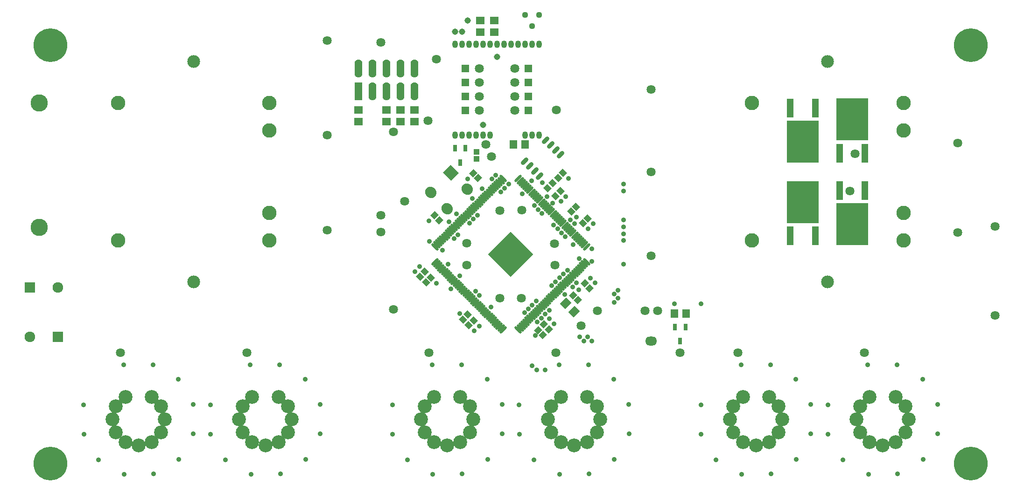
<source format=gts>
G04*
G04 #@! TF.GenerationSoftware,Altium Limited,Altium Designer,18.0.9 (584)*
G04*
G04 Layer_Color=8388736*
%FSLAX25Y25*%
%MOIN*%
G70*
G01*
G75*
G04:AMPARAMS|DCode=14|XSize=75.87mil|YSize=83.74mil|CornerRadius=0mil|HoleSize=0mil|Usage=FLASHONLY|Rotation=225.000|XOffset=0mil|YOffset=0mil|HoleType=Round|Shape=Rectangle|*
%AMROTATEDRECTD14*
4,1,4,-0.00278,0.05643,0.05643,-0.00278,0.00278,-0.05643,-0.05643,0.00278,-0.00278,0.05643,0.0*
%
%ADD14ROTATEDRECTD14*%

G04:AMPARAMS|DCode=15|XSize=75.87mil|YSize=83.74mil|CornerRadius=0mil|HoleSize=0mil|Usage=FLASHONLY|Rotation=225.000|XOffset=0mil|YOffset=0mil|HoleType=Round|Shape=Round|*
%AMOVALD15*
21,1,0.00787,0.07587,0.00000,0.00000,315.0*
1,1,0.07587,-0.00278,0.00278*
1,1,0.07587,0.00278,-0.00278*
%
%ADD15OVALD15*%

%ADD16R,0.02862X0.04831*%
%ADD17R,0.05500X0.05500*%
%ADD18O,0.04043X0.05224*%
G04:AMPARAMS|DCode=19|XSize=28.62mil|YSize=64.06mil|CornerRadius=0mil|HoleSize=0mil|Usage=FLASHONLY|Rotation=135.000|XOffset=0mil|YOffset=0mil|HoleType=Round|Shape=Round|*
%AMOVALD19*
21,1,0.03543,0.02862,0.00000,0.00000,225.0*
1,1,0.02862,0.01253,0.01253*
1,1,0.02862,-0.01253,-0.01253*
%
%ADD19OVALD19*%

G04:AMPARAMS|DCode=20|XSize=19.81mil|YSize=67.06mil|CornerRadius=0mil|HoleSize=0mil|Usage=FLASHONLY|Rotation=45.000|XOffset=0mil|YOffset=0mil|HoleType=Round|Shape=Round|*
%AMOVALD20*
21,1,0.04724,0.01981,0.00000,0.00000,135.0*
1,1,0.01981,0.01670,-0.01670*
1,1,0.01981,-0.01670,0.01670*
%
%ADD20OVALD20*%

G04:AMPARAMS|DCode=21|XSize=19.81mil|YSize=67.06mil|CornerRadius=0mil|HoleSize=0mil|Usage=FLASHONLY|Rotation=315.000|XOffset=0mil|YOffset=0mil|HoleType=Round|Shape=Round|*
%AMOVALD21*
21,1,0.04724,0.01981,0.00000,0.00000,45.0*
1,1,0.01981,-0.01670,-0.01670*
1,1,0.01981,0.01670,0.01670*
%
%ADD21OVALD21*%

%ADD22C,0.04437*%
%ADD23O,0.05500X0.13000*%
%ADD24R,0.05500X0.13000*%
%ADD25R,0.05224X0.06406*%
%ADD26R,0.06406X0.05224*%
G04:AMPARAMS|DCode=27|XSize=64.06mil|YSize=52.24mil|CornerRadius=0mil|HoleSize=0mil|Usage=FLASHONLY|Rotation=45.000|XOffset=0mil|YOffset=0mil|HoleType=Round|Shape=Rectangle|*
%AMROTATEDRECTD27*
4,1,4,-0.00418,-0.04112,-0.04112,-0.00418,0.00418,0.04112,0.04112,0.00418,-0.00418,-0.04112,0.0*
%
%ADD27ROTATEDRECTD27*%

%ADD28O,0.08374X0.06406*%
%ADD29C,0.06406*%
%ADD30R,0.03059X0.04831*%
%ADD31R,0.22547X0.30028*%
%ADD32R,0.04634X0.13492*%
G04:AMPARAMS|DCode=33|XSize=44.37mil|YSize=42.4mil|CornerRadius=0mil|HoleSize=0mil|Usage=FLASHONLY|Rotation=45.000|XOffset=0mil|YOffset=0mil|HoleType=Round|Shape=Rectangle|*
%AMROTATEDRECTD33*
4,1,4,-0.00070,-0.03068,-0.03068,-0.00070,0.00070,0.03068,0.03068,0.00070,-0.00070,-0.03068,0.0*
%
%ADD33ROTATEDRECTD33*%

G04:AMPARAMS|DCode=34|XSize=44.37mil|YSize=42.4mil|CornerRadius=0mil|HoleSize=0mil|Usage=FLASHONLY|Rotation=315.000|XOffset=0mil|YOffset=0mil|HoleType=Round|Shape=Rectangle|*
%AMROTATEDRECTD34*
4,1,4,-0.03068,0.00070,-0.00070,0.03068,0.03068,-0.00070,0.00070,-0.03068,-0.03068,0.00070,0.0*
%
%ADD34ROTATEDRECTD34*%

%ADD35R,0.04437X0.04240*%
%ADD36C,0.00500*%
%ADD37P,0.32033X4X360.0*%
%ADD38C,0.09161*%
%ADD39C,0.10343*%
%ADD40C,0.09894*%
%ADD41C,0.07587*%
%ADD42R,0.07587X0.07587*%
%ADD43C,0.12311*%
%ADD44C,0.24122*%
%ADD45C,0.03500*%
%ADD46C,0.03800*%
%ADD47C,0.04500*%
D14*
X313473Y235480D02*
D03*
D15*
X325166Y223788D02*
D03*
X311024Y209646D02*
D03*
X299331Y221338D02*
D03*
D16*
X324055Y252992D02*
D03*
X316575D02*
D03*
X320315Y242756D02*
D03*
D17*
X369035Y280079D02*
D03*
Y290079D02*
D03*
Y300079D02*
D03*
Y310079D02*
D03*
X324035D02*
D03*
Y300079D02*
D03*
Y290079D02*
D03*
Y280079D02*
D03*
D18*
X316535Y262579D02*
D03*
X321535D02*
D03*
X326535D02*
D03*
X331535D02*
D03*
X336535D02*
D03*
X341535D02*
D03*
X366535D02*
D03*
X371535D02*
D03*
X376535D02*
D03*
Y327579D02*
D03*
X371535D02*
D03*
X366535D02*
D03*
X361535D02*
D03*
X356535D02*
D03*
X351535D02*
D03*
X346535D02*
D03*
X341535D02*
D03*
X336535D02*
D03*
X331535D02*
D03*
X326535D02*
D03*
X321535D02*
D03*
X316535D02*
D03*
D19*
X392001Y248301D02*
D03*
X388466Y251836D02*
D03*
X384930Y255372D02*
D03*
X381395Y258907D02*
D03*
X376969Y233268D02*
D03*
X373433Y236803D02*
D03*
X369897Y240339D02*
D03*
X366362Y243874D02*
D03*
D20*
X350871Y231312D02*
D03*
X349479Y229920D02*
D03*
X348087Y228528D02*
D03*
X346695Y227136D02*
D03*
X345303Y225744D02*
D03*
X343911Y224352D02*
D03*
X342519Y222960D02*
D03*
X341127Y221568D02*
D03*
X339735Y220176D02*
D03*
X338343Y218784D02*
D03*
X336951Y217392D02*
D03*
X335559Y216001D02*
D03*
X334167Y214609D02*
D03*
X332775Y213217D02*
D03*
X331383Y211825D02*
D03*
X329992Y210433D02*
D03*
X328600Y209041D02*
D03*
X327208Y207649D02*
D03*
X325816Y206257D02*
D03*
X324424Y204865D02*
D03*
X323032Y203473D02*
D03*
X321640Y202081D02*
D03*
X320248Y200689D02*
D03*
X318856Y199297D02*
D03*
X317464Y197905D02*
D03*
X316072Y196513D02*
D03*
X314680Y195121D02*
D03*
X313288Y193729D02*
D03*
X311896Y192338D02*
D03*
X310504Y190946D02*
D03*
X309112Y189554D02*
D03*
X307720Y188162D02*
D03*
X306329Y186770D02*
D03*
X304937Y185378D02*
D03*
X303545Y183986D02*
D03*
X302153Y182594D02*
D03*
X361728Y123019D02*
D03*
X363120Y124411D02*
D03*
X364512Y125803D02*
D03*
X365904Y127195D02*
D03*
X367296Y128587D02*
D03*
X368688Y129979D02*
D03*
X370079Y131370D02*
D03*
X371471Y132762D02*
D03*
X372863Y134154D02*
D03*
X374255Y135546D02*
D03*
X375647Y136938D02*
D03*
X377039Y138330D02*
D03*
X378431Y139722D02*
D03*
X379823Y141114D02*
D03*
X381215Y142506D02*
D03*
X382607Y143898D02*
D03*
X383999Y145290D02*
D03*
X385391Y146682D02*
D03*
X386783Y148074D02*
D03*
X388175Y149466D02*
D03*
X389567Y150858D02*
D03*
X390959Y152250D02*
D03*
X392351Y153641D02*
D03*
X393742Y155034D02*
D03*
X395134Y156425D02*
D03*
X396526Y157817D02*
D03*
X397918Y159209D02*
D03*
X399310Y160601D02*
D03*
X400702Y161993D02*
D03*
X402094Y163385D02*
D03*
X403486Y164777D02*
D03*
X404878Y166169D02*
D03*
X406270Y167561D02*
D03*
X407662Y168953D02*
D03*
X409054Y170345D02*
D03*
X410446Y171737D02*
D03*
D21*
X302153D02*
D03*
X303545Y170345D02*
D03*
X304937Y168953D02*
D03*
X306329Y167561D02*
D03*
X307720Y166169D02*
D03*
X309112Y164777D02*
D03*
X310504Y163385D02*
D03*
X311896Y161993D02*
D03*
X313288Y160601D02*
D03*
X314680Y159209D02*
D03*
X316072Y157817D02*
D03*
X317464Y156425D02*
D03*
X318856Y155034D02*
D03*
X320248Y153641D02*
D03*
X321640Y152250D02*
D03*
X323032Y150858D02*
D03*
X324424Y149466D02*
D03*
X325816Y148074D02*
D03*
X327208Y146682D02*
D03*
X328600Y145290D02*
D03*
X329992Y143898D02*
D03*
X331383Y142506D02*
D03*
X332775Y141114D02*
D03*
X334167Y139722D02*
D03*
X335559Y138330D02*
D03*
X336951Y136938D02*
D03*
X338343Y135546D02*
D03*
X339735Y134154D02*
D03*
X341127Y132762D02*
D03*
X342519Y131370D02*
D03*
X343911Y129979D02*
D03*
X345303Y128587D02*
D03*
X346695Y127195D02*
D03*
X348087Y125803D02*
D03*
X349479Y124411D02*
D03*
X350871Y123019D02*
D03*
X410446Y182594D02*
D03*
X409054Y183986D02*
D03*
X407662Y185378D02*
D03*
X406270Y186770D02*
D03*
X404878Y188162D02*
D03*
X403486Y189554D02*
D03*
X402094Y190946D02*
D03*
X400702Y192338D02*
D03*
X399310Y193729D02*
D03*
X397918Y195121D02*
D03*
X396526Y196513D02*
D03*
X395134Y197905D02*
D03*
X393742Y199297D02*
D03*
X392351Y200689D02*
D03*
X390959Y202081D02*
D03*
X389567Y203473D02*
D03*
X388175Y204865D02*
D03*
X386783Y206257D02*
D03*
X385391Y207649D02*
D03*
X383999Y209041D02*
D03*
X382607Y210433D02*
D03*
X381215Y211825D02*
D03*
X379823Y213217D02*
D03*
X378431Y214609D02*
D03*
X377039Y216001D02*
D03*
X375647Y217392D02*
D03*
X374255Y218784D02*
D03*
X372863Y220176D02*
D03*
X371471Y221568D02*
D03*
X370079Y222960D02*
D03*
X368688Y224352D02*
D03*
X367296Y225744D02*
D03*
X365904Y227136D02*
D03*
X364512Y228528D02*
D03*
X363120Y229920D02*
D03*
X361728Y231312D02*
D03*
D22*
X376535Y348425D02*
D03*
X371535Y340551D02*
D03*
X366535Y348425D02*
D03*
D23*
X247716Y310039D02*
D03*
X257716Y293789D02*
D03*
Y310039D02*
D03*
X267717Y293789D02*
D03*
Y310039D02*
D03*
X277716Y293789D02*
D03*
Y310039D02*
D03*
X287717Y293789D02*
D03*
Y310039D02*
D03*
D24*
X247716Y293789D02*
D03*
D25*
X358268Y255906D02*
D03*
X366535D02*
D03*
X481496Y134843D02*
D03*
X473228D02*
D03*
D26*
X344488Y344488D02*
D03*
Y336221D02*
D03*
X334724Y344488D02*
D03*
Y336221D02*
D03*
X247716Y280512D02*
D03*
Y272244D02*
D03*
X287717D02*
D03*
Y280512D02*
D03*
X277716Y272244D02*
D03*
Y280512D02*
D03*
X267717Y272244D02*
D03*
Y280512D02*
D03*
D27*
X401498Y136140D02*
D03*
X395652Y141986D02*
D03*
D28*
X456693Y115157D02*
D03*
D29*
X461221Y136811D02*
D03*
X452165D02*
D03*
X388779Y280512D02*
D03*
X456693Y236220D02*
D03*
X456693Y176181D02*
D03*
X272638Y264764D02*
D03*
X272638Y137795D02*
D03*
X280512Y215158D02*
D03*
X456693Y295276D02*
D03*
X338681Y255906D02*
D03*
X675665Y256890D02*
D03*
X675665Y192913D02*
D03*
X702240Y133291D02*
D03*
Y197268D02*
D03*
X263583Y328740D02*
D03*
X225295Y330118D02*
D03*
X225295Y262402D02*
D03*
Y194488D02*
D03*
X387795Y169291D02*
D03*
X324803Y185039D02*
D03*
X348425Y145669D02*
D03*
X364173Y208661D02*
D03*
X598425Y222441D02*
D03*
X602362Y249016D02*
D03*
X333858Y310079D02*
D03*
X359252D02*
D03*
X333858Y300079D02*
D03*
Y290079D02*
D03*
Y280079D02*
D03*
X359252Y300079D02*
D03*
Y290079D02*
D03*
Y280079D02*
D03*
X297244Y272638D02*
D03*
X303150Y316929D02*
D03*
X342520Y247047D02*
D03*
X418307Y136811D02*
D03*
X263583Y205118D02*
D03*
X324920Y169409D02*
D03*
X348542Y208544D02*
D03*
X387678Y184922D02*
D03*
X364056Y145787D02*
D03*
X263583Y193110D02*
D03*
X477362Y106689D02*
D03*
X406495Y125984D02*
D03*
X388543Y106691D02*
D03*
X518465Y106691D02*
D03*
X609016D02*
D03*
X77520D02*
D03*
X168071D02*
D03*
X297992D02*
D03*
D30*
X481102Y125000D02*
D03*
X473622D02*
D03*
X477362Y115157D02*
D03*
D31*
X600394Y273622D02*
D03*
Y198819D02*
D03*
X564961Y257874D02*
D03*
Y214567D02*
D03*
D32*
X609370Y249606D02*
D03*
X591417D02*
D03*
Y222835D02*
D03*
X609370D02*
D03*
X555984Y281890D02*
D03*
X573937D02*
D03*
Y190551D02*
D03*
X555984D02*
D03*
D33*
X333039Y231662D02*
D03*
X329559Y235141D02*
D03*
X400828Y147948D02*
D03*
X404308Y144468D02*
D03*
X379949Y127069D02*
D03*
X383429Y123589D02*
D03*
X305413Y201603D02*
D03*
X301933Y205083D02*
D03*
X409179Y156300D02*
D03*
X412659Y152820D02*
D03*
X375773Y122893D02*
D03*
X379253Y119413D02*
D03*
D34*
X388300Y218910D02*
D03*
X391780Y222390D02*
D03*
X399436Y207774D02*
D03*
X402916Y211254D02*
D03*
X329866Y129853D02*
D03*
X326386Y126373D02*
D03*
X299243Y160476D02*
D03*
X295763Y156996D02*
D03*
X382733Y224478D02*
D03*
X386212Y227958D02*
D03*
X407788Y199425D02*
D03*
X411268Y202905D02*
D03*
X325690Y134029D02*
D03*
X322210Y130549D02*
D03*
X295067Y164663D02*
D03*
X291587Y161184D02*
D03*
X393630Y235374D02*
D03*
X390150Y231894D02*
D03*
D35*
X331772Y245413D02*
D03*
Y250335D02*
D03*
D36*
X622047Y59055D02*
D03*
X531496D02*
D03*
X401575D02*
D03*
X311024D02*
D03*
X181102D02*
D03*
X90551D02*
D03*
X344055Y297461D02*
D03*
D37*
X356299Y177165D02*
D03*
D38*
X582677Y157480D02*
D03*
Y314961D02*
D03*
X129921Y157480D02*
D03*
Y314961D02*
D03*
D39*
X528543Y187008D02*
D03*
Y285433D02*
D03*
X636811Y187008D02*
D03*
Y206693D02*
D03*
Y265748D02*
D03*
Y285433D02*
D03*
X75787Y187008D02*
D03*
Y285433D02*
D03*
X184055Y187008D02*
D03*
Y206693D02*
D03*
Y265748D02*
D03*
Y285433D02*
D03*
D40*
X612697Y75251D02*
D03*
X522146D02*
D03*
X392224D02*
D03*
X301673D02*
D03*
X171752D02*
D03*
X81201D02*
D03*
X631398Y42860D02*
D03*
X540846D02*
D03*
X410925D02*
D03*
X320374D02*
D03*
X190453D02*
D03*
X99902D02*
D03*
X622047Y40354D02*
D03*
X531496D02*
D03*
X401575D02*
D03*
X311024D02*
D03*
X181102D02*
D03*
X90551D02*
D03*
X638243Y49705D02*
D03*
X547691D02*
D03*
X417770D02*
D03*
X327219D02*
D03*
X197298D02*
D03*
X106747D02*
D03*
X640748Y59055D02*
D03*
X550197D02*
D03*
X420276D02*
D03*
X329724D02*
D03*
X199803D02*
D03*
X109252D02*
D03*
X638243Y68405D02*
D03*
X547691D02*
D03*
X417770D02*
D03*
X327219D02*
D03*
X197298D02*
D03*
X106747D02*
D03*
X631398Y75251D02*
D03*
X540846D02*
D03*
X410925D02*
D03*
X320374D02*
D03*
X190453D02*
D03*
X99902D02*
D03*
X612697Y42860D02*
D03*
X522146D02*
D03*
X392224D02*
D03*
X301673D02*
D03*
X171752D02*
D03*
X81201D02*
D03*
X605852Y49705D02*
D03*
X515301D02*
D03*
X385379D02*
D03*
X294828D02*
D03*
X164907D02*
D03*
X74356D02*
D03*
X603346Y59055D02*
D03*
X512795D02*
D03*
X382874D02*
D03*
X292323D02*
D03*
X162402D02*
D03*
X71850D02*
D03*
X605852Y68405D02*
D03*
X515301D02*
D03*
X385379D02*
D03*
X294828D02*
D03*
X164907Y68405D02*
D03*
X74356Y68405D02*
D03*
X631398Y75251D02*
D03*
X638243Y68405D02*
D03*
X640748Y59055D02*
D03*
X638243Y49705D02*
D03*
X631398Y42860D02*
D03*
X622047Y40354D02*
D03*
X612697Y42860D02*
D03*
X605852Y49705D02*
D03*
X603346Y59055D02*
D03*
X605852Y68405D02*
D03*
X612697Y75251D02*
D03*
X540846D02*
D03*
X547691Y68405D02*
D03*
X550197Y59055D02*
D03*
X547691Y49705D02*
D03*
X540846Y42860D02*
D03*
X531496Y40354D02*
D03*
X522146Y42860D02*
D03*
X515301Y49705D02*
D03*
X512795Y59055D02*
D03*
X515301Y68405D02*
D03*
X522146Y75251D02*
D03*
X410925D02*
D03*
X417770Y68405D02*
D03*
X420276Y59055D02*
D03*
X417770Y49705D02*
D03*
X410925Y42860D02*
D03*
X401575Y40354D02*
D03*
X392224Y42860D02*
D03*
X385379Y49705D02*
D03*
X382874Y59055D02*
D03*
X385379Y68405D02*
D03*
X392224Y75251D02*
D03*
X320374D02*
D03*
X327219Y68405D02*
D03*
X329724Y59055D02*
D03*
X327219Y49705D02*
D03*
X320374Y42860D02*
D03*
X311024Y40354D02*
D03*
X301673Y42860D02*
D03*
X294828Y49705D02*
D03*
X292323Y59055D02*
D03*
X294828Y68405D02*
D03*
X301673Y75251D02*
D03*
X190453D02*
D03*
X197298Y68405D02*
D03*
X199803Y59055D02*
D03*
X197298Y49705D02*
D03*
X190453Y42860D02*
D03*
X181102Y40354D02*
D03*
X171752Y42860D02*
D03*
X164907Y49705D02*
D03*
X162402Y59055D02*
D03*
X164907Y68405D02*
D03*
X171752Y75251D02*
D03*
X99902D02*
D03*
X106747Y68405D02*
D03*
X109252Y59055D02*
D03*
X106747Y49705D02*
D03*
X99902Y42860D02*
D03*
X90551Y40354D02*
D03*
X81201Y42860D02*
D03*
X74356Y49705D02*
D03*
X71850Y59055D02*
D03*
X74356Y68405D02*
D03*
X81201Y75251D02*
D03*
D41*
X32795Y153543D02*
D03*
X12795Y118110D02*
D03*
D42*
Y153543D02*
D03*
X32795Y118110D02*
D03*
D43*
X19685Y285433D02*
D03*
Y196457D02*
D03*
D44*
X685039Y27559D02*
D03*
Y326772D02*
D03*
X27559D02*
D03*
Y27559D02*
D03*
D45*
X437008Y191929D02*
D03*
Y187008D02*
D03*
X433070Y145669D02*
D03*
X430118Y142717D02*
D03*
Y148622D02*
D03*
X433071Y151575D02*
D03*
X403247Y156664D02*
D03*
X521212Y19854D02*
D03*
X400463Y153880D02*
D03*
X502989Y30248D02*
D03*
X396766Y165930D02*
D03*
X492405Y48361D02*
D03*
X392589Y192577D02*
D03*
X395373Y189793D02*
D03*
X389805Y195361D02*
D03*
X401856Y199058D02*
D03*
X403372Y203837D02*
D03*
X650554Y87862D02*
D03*
X492295Y69339D02*
D03*
X632331Y98256D02*
D03*
X437008Y196850D02*
D03*
X560003Y87862D02*
D03*
X397566Y231436D02*
D03*
X271823Y69339D02*
D03*
X366143Y135308D02*
D03*
X298216Y186531D02*
D03*
X307481Y180049D02*
D03*
X287859Y164815D02*
D03*
X313527Y152489D02*
D03*
X209909Y30548D02*
D03*
X142011Y48361D02*
D03*
X119358Y30548D02*
D03*
X333929Y147835D02*
D03*
X342302Y139461D02*
D03*
X335799Y224113D02*
D03*
X326968Y199536D02*
D03*
X332536Y205103D02*
D03*
X364750Y220416D02*
D03*
X542190Y19964D02*
D03*
X560303Y30548D02*
D03*
X570697Y48771D02*
D03*
X570587Y69749D02*
D03*
X541780Y98256D02*
D03*
X520802Y98146D02*
D03*
X582846Y69339D02*
D03*
X582956Y48361D02*
D03*
X593540Y30248D02*
D03*
X611763Y19854D02*
D03*
X632741Y19964D02*
D03*
X650854Y30548D02*
D03*
X661248Y48771D02*
D03*
X661138Y69749D02*
D03*
X611353Y98146D02*
D03*
X271932Y48361D02*
D03*
X282517Y30248D02*
D03*
X300739Y19854D02*
D03*
X321718Y19964D02*
D03*
X339831Y30548D02*
D03*
X350225Y48771D02*
D03*
X350115Y69749D02*
D03*
X339531Y87862D02*
D03*
X300330Y98146D02*
D03*
X362374Y69339D02*
D03*
X362484Y48361D02*
D03*
X373068Y30248D02*
D03*
X391291Y19854D02*
D03*
X412269Y19964D02*
D03*
X430382Y30548D02*
D03*
X440776Y48771D02*
D03*
X440666Y69749D02*
D03*
X430082Y87862D02*
D03*
X411859Y98256D02*
D03*
X390881Y98146D02*
D03*
X141901Y69339D02*
D03*
X152596Y30248D02*
D03*
X170818Y19854D02*
D03*
X191797Y19964D02*
D03*
X220194Y69749D02*
D03*
X209609Y87862D02*
D03*
X191387Y98256D02*
D03*
X170408Y98146D02*
D03*
X100835Y98256D02*
D03*
X79857Y98146D02*
D03*
X51350Y69339D02*
D03*
X119058Y87862D02*
D03*
X129642Y69749D02*
D03*
X129752Y48771D02*
D03*
X101245Y19964D02*
D03*
X80267Y19854D02*
D03*
X51460Y48361D02*
D03*
X62044Y30248D02*
D03*
X371233Y229681D02*
D03*
X373102Y212064D02*
D03*
X378670Y206496D02*
D03*
X375886Y209280D02*
D03*
X387021Y198144D02*
D03*
X399072Y201842D02*
D03*
X400941Y184225D02*
D03*
X405117Y174282D02*
D03*
X391198Y160363D02*
D03*
X393982Y163147D02*
D03*
X385630Y154795D02*
D03*
X394895Y148312D02*
D03*
X388414Y157579D02*
D03*
X371711Y140876D02*
D03*
X331145Y150618D02*
D03*
X311658Y170106D02*
D03*
X354807Y227375D02*
D03*
X345542Y233857D02*
D03*
X342758Y231073D02*
D03*
X349239Y221807D02*
D03*
X328839Y217154D02*
D03*
X329752Y202320D02*
D03*
X318617Y191184D02*
D03*
X315833Y188400D02*
D03*
X492126Y141732D02*
D03*
X411724Y195486D02*
D03*
X415204Y198968D02*
D03*
X395717Y218453D02*
D03*
X416597Y156757D02*
D03*
X404765Y151885D02*
D03*
X386269Y213775D02*
D03*
X312136Y200450D02*
D03*
X303180Y156538D02*
D03*
X291339Y168307D02*
D03*
X297996Y201146D02*
D03*
X325622Y231205D02*
D03*
X374015Y119094D02*
D03*
X374495Y143659D02*
D03*
X368927Y138092D02*
D03*
X375408Y128825D02*
D03*
X321308Y98256D02*
D03*
X333803Y125916D02*
D03*
X330323Y122436D02*
D03*
X319882Y134843D02*
D03*
X392237Y214973D02*
D03*
X383759Y137177D02*
D03*
X387366Y127526D02*
D03*
X383886Y131006D02*
D03*
X378192Y131609D02*
D03*
X380976Y134393D02*
D03*
X411417Y118110D02*
D03*
X405512D02*
D03*
X408465Y115157D02*
D03*
X414370D02*
D03*
X375000Y94488D02*
D03*
X380906D02*
D03*
X473228Y141732D02*
D03*
X413117Y160237D02*
D03*
X414370Y172244D02*
D03*
Y181102D02*
D03*
X437008Y170276D02*
D03*
X378796Y228415D02*
D03*
X382368Y218545D02*
D03*
X437008Y201772D02*
D03*
Y227362D02*
D03*
Y222441D02*
D03*
X220303Y48771D02*
D03*
X320009Y161754D02*
D03*
X317703Y206018D02*
D03*
X371621Y97532D02*
D03*
X352023Y224591D02*
D03*
D46*
X356299Y189414D02*
D03*
X359362Y186352D02*
D03*
X362424Y183290D02*
D03*
X365486Y180228D02*
D03*
X368548Y177165D02*
D03*
X353237Y186352D02*
D03*
X356299Y183290D02*
D03*
X359362Y180228D02*
D03*
X362424Y177165D02*
D03*
X365486Y174103D02*
D03*
X350175Y183290D02*
D03*
X353237Y180228D02*
D03*
X359362Y174103D02*
D03*
X362424Y171041D02*
D03*
X347112Y180228D02*
D03*
X350175Y177165D02*
D03*
X353237Y174103D02*
D03*
X356299Y171041D02*
D03*
X359362Y167979D02*
D03*
X344050Y177165D02*
D03*
X347112Y174103D02*
D03*
X350175Y171041D02*
D03*
X353237Y167979D02*
D03*
X356299Y164916D02*
D03*
D47*
X316535Y336614D02*
D03*
X321535D02*
D03*
X346535Y318543D02*
D03*
X336535Y269685D02*
D03*
X325689Y344488D02*
D03*
M02*

</source>
